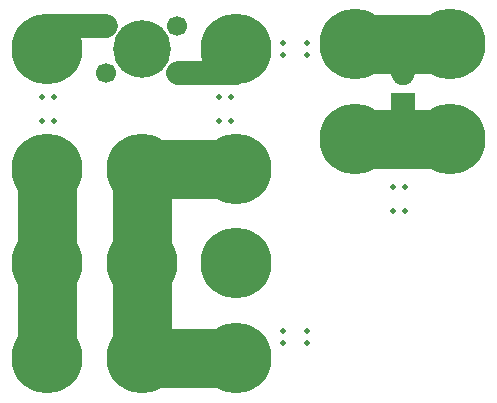
<source format=gbl>
%TF.GenerationSoftware,KiCad,Pcbnew,4.0.4+e1-6308~48~ubuntu16.04.1-stable*%
%TF.CreationDate,2016-12-11T21:09:08-08:00*%
%TF.ProjectId,LegoLED-Button-Battery,4C65676F4C45442D427574746F6E2D42,rev?*%
%TF.FileFunction,Copper,L2,Bot,Signal*%
%FSLAX46Y46*%
G04 Gerber Fmt 4.6, Leading zero omitted, Abs format (unit mm)*
G04 Created by KiCad (PCBNEW 4.0.4+e1-6308~48~ubuntu16.04.1-stable) date Sun Dec 11 21:09:08 2016*
%MOMM*%
%LPD*%
G01*
G04 APERTURE LIST*
%ADD10C,0.350000*%
%ADD11C,2.000000*%
%ADD12C,5.000000*%
%ADD13C,0.500000*%
%ADD14R,2.000000X1.900000*%
%ADD15C,1.900000*%
%ADD16C,6.000000*%
%ADD17C,1.700000*%
%ADD18C,4.880000*%
%ADD19C,0.350000*%
G04 APERTURE END LIST*
D10*
D11*
X179387000Y-94227000D02*
X179387000Y-95327000D01*
D12*
X175387000Y-97027000D02*
X183387000Y-97027000D01*
X175387000Y-89027000D02*
X183387000Y-89027000D01*
D11*
X179387000Y-90377000D02*
X179387000Y-91477000D01*
X154247201Y-87442401D02*
X149297201Y-87442401D01*
X165297201Y-91442401D02*
X160347201Y-91442401D01*
D12*
X157301200Y-115568000D02*
X157301200Y-99568000D01*
X165301200Y-115568000D02*
X157301200Y-115568000D01*
X165301200Y-99568000D02*
X157301200Y-99568000D01*
X149301200Y-99568000D02*
X149301200Y-115568000D01*
D13*
X148844000Y-93472000D03*
X149860000Y-93472000D03*
X149860000Y-95504000D03*
X148844000Y-95504000D03*
X163830000Y-93472000D03*
X164846000Y-93472000D03*
X164846000Y-95504000D03*
X163830000Y-95504000D03*
X171323000Y-113284000D03*
X171323000Y-114300000D03*
X169291000Y-114300000D03*
X169291000Y-113284000D03*
X179578000Y-103124000D03*
X178562000Y-103124000D03*
X178562000Y-101092000D03*
X179578000Y-101092000D03*
X169291000Y-89916000D03*
X169291000Y-88900000D03*
X171323000Y-88900000D03*
X171323000Y-89916000D03*
D14*
X179387000Y-94027000D03*
D15*
X179387000Y-91487000D03*
D16*
X183387000Y-89027000D03*
X183387000Y-97027000D03*
X175387000Y-97027000D03*
X175387000Y-89027000D03*
D17*
X160290601Y-91456601D03*
X154290601Y-91456601D03*
X160290601Y-87456601D03*
X154290601Y-87456601D03*
D18*
X157297201Y-89442401D03*
D16*
X149297201Y-89442401D03*
X165297201Y-89442401D03*
X157301200Y-107568000D03*
X165301200Y-107568000D03*
X149301200Y-107568000D03*
X165301200Y-115568000D03*
X157301200Y-115568000D03*
X149301200Y-115568000D03*
X165301200Y-99568000D03*
X157301200Y-99568000D03*
X149301200Y-99568000D03*
D19*
X148844000Y-93472000D03*
X149860000Y-93472000D03*
X149860000Y-95504000D03*
X148844000Y-95504000D03*
X163830000Y-93472000D03*
X164846000Y-93472000D03*
X164846000Y-95504000D03*
X163830000Y-95504000D03*
X171323000Y-113284000D03*
X171323000Y-114300000D03*
X169291000Y-114300000D03*
X169291000Y-113284000D03*
X179578000Y-103124000D03*
X178562000Y-103124000D03*
X178562000Y-101092000D03*
X179578000Y-101092000D03*
X169291000Y-89916000D03*
X169291000Y-88900000D03*
X171323000Y-88900000D03*
X171323000Y-89916000D03*
X179387000Y-94027000D03*
X179387000Y-91487000D03*
X183387000Y-89027000D03*
X183387000Y-97027000D03*
X175387000Y-97027000D03*
X175387000Y-89027000D03*
X160290601Y-91456601D03*
X154290601Y-91456601D03*
X160290601Y-87456601D03*
X154290601Y-87456601D03*
X157297201Y-89442401D03*
X149297201Y-89442401D03*
X165297201Y-89442401D03*
X157301200Y-107568000D03*
X165301200Y-107568000D03*
X149301200Y-107568000D03*
X165301200Y-115568000D03*
X157301200Y-115568000D03*
X149301200Y-115568000D03*
X165301200Y-99568000D03*
X157301200Y-99568000D03*
X149301200Y-99568000D03*
M02*

</source>
